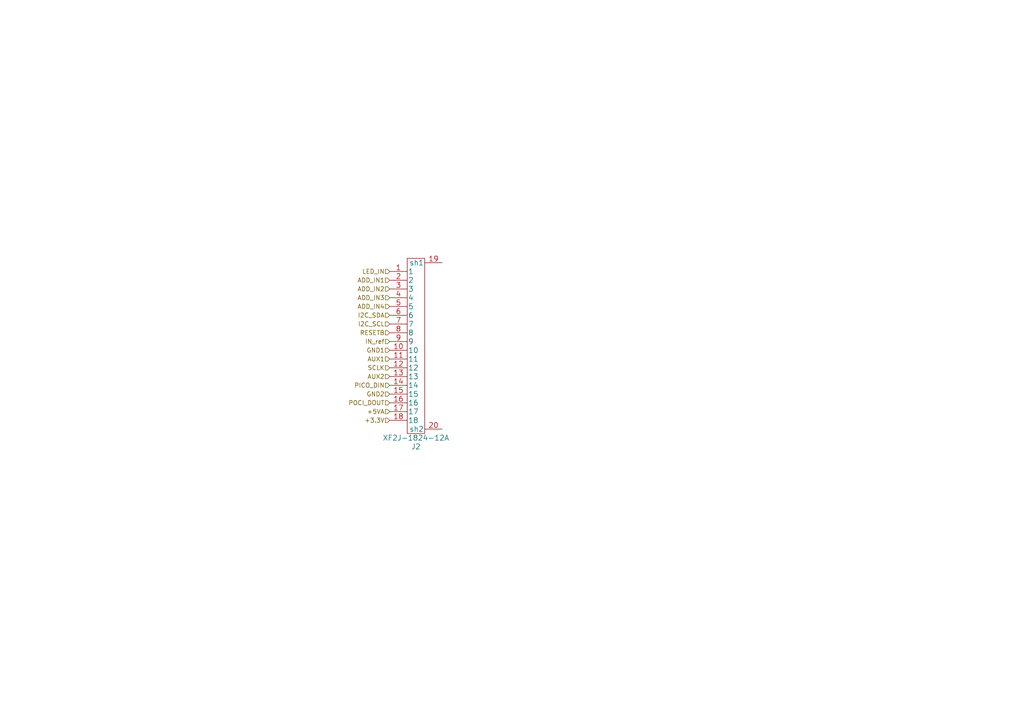
<source format=kicad_sch>
(kicad_sch (version 20230121) (generator eeschema)
  (paper "A4")
  (lib_symbols
    (symbol "00_custom:XF2J-1824-12A" (pin_names (offset 0.254))
      (property "Reference" "J" (at 11.43 -24.13 0))
      (property "Value" "XF2J-1824-12A" (at 20.32 -26.67 0))
      (symbol "XF2J-1824-12A_0_1"
        (rectangle (start 5.08 3.81) (end 10.16 -46.99))
      )
      (symbol "XF2J-1824-12A_1_1"
        (pin unspecified line (at 0 0 0) (length 5.08) (name "1") (number "1"))
        (pin unspecified line (at 0 -22.86 0) (length 5.08) (name "10") (number "10"))
        (pin unspecified line (at 0 -25.4 0) (length 5.08) (name "11") (number "11"))
        (pin unspecified line (at 0 -27.94 0) (length 5.08) (name "12") (number "12"))
        (pin unspecified line (at 0 -30.48 0) (length 5.08) (name "13") (number "13"))
        (pin unspecified line (at 0 -33.02 0) (length 5.08) (name "14") (number "14"))
        (pin unspecified line (at 0 -35.56 0) (length 5.08) (name "15") (number "15"))
        (pin unspecified line (at 0 -38.1 0) (length 5.08) (name "16") (number "16"))
        (pin unspecified line (at 0 -40.64 0) (length 5.08) (name "17") (number "17"))
        (pin unspecified line (at 0 -43.18 0) (length 5.08) (name "18") (number "18"))
        (pin unspecified line (at 15.24 2.54 180) (length 5.08) (name "sh1") (number "19"))
        (pin unspecified line (at 0 -2.54 0) (length 5.08) (name "2") (number "2"))
        (pin unspecified line (at 15.24 -45.72 180) (length 5.08) (name "sh2") (number "20"))
        (pin unspecified line (at 0 -5.08 0) (length 5.08) (name "3") (number "3"))
        (pin unspecified line (at 0 -7.62 0) (length 5.08) (name "4") (number "4"))
        (pin unspecified line (at 0 -10.16 0) (length 5.08) (name "5") (number "5"))
        (pin unspecified line (at 0 -12.7 0) (length 5.08) (name "6") (number "6"))
        (pin unspecified line (at 0 -15.24 0) (length 5.08) (name "7") (number "7"))
        (pin unspecified line (at 0 -17.78 0) (length 5.08) (name "8") (number "8"))
        (pin unspecified line (at 0 -20.32 0) (length 5.08) (name "9") (number "9"))
      )
    )
  )
  (hierarchical_label "GND1" (shape input) (at 113.03 101.6 180))
  (hierarchical_label "AUX1" (shape input) (at 113.03 104.14 180))
  (hierarchical_label "LED_IN" (shape input) (at 113.03 78.74 180))
  (hierarchical_label "ADD_IN2" (shape input) (at 113.03 83.82 180))
  (hierarchical_label "POCI_DOUT" (shape input) (at 113.03 116.84 180))
  (hierarchical_label "ADD_IN4" (shape input) (at 113.03 88.9 180))
  (hierarchical_label "AUX2" (shape input) (at 113.03 109.22 180))
  (hierarchical_label "ADD_IN3" (shape input) (at 113.03 86.36 180))
  (hierarchical_label "+3.3V" (shape input) (at 113.03 121.92 180))
  (hierarchical_label "ADD_IN1" (shape input) (at 113.03 81.28 180))
  (hierarchical_label "SCLK" (shape input) (at 113.03 106.68 180))
  (hierarchical_label "RESETB" (shape input) (at 113.03 96.52 180))
  (hierarchical_label "PICO_DIN" (shape input) (at 113.03 111.76 180))
  (hierarchical_label "I2C_SCL" (shape input) (at 113.03 93.98 180))
  (hierarchical_label "IN_ref" (shape input) (at 113.03 99.06 180))
  (hierarchical_label "GND2" (shape input) (at 113.03 114.3 180))
  (hierarchical_label "+5VA" (shape input) (at 113.03 119.38 180))
  (hierarchical_label "I2C_SDA" (shape input) (at 113.03 91.44 180))
  (symbol (lib_id "00_custom:XF2J-1824-12A") (at 113.03 78.74 0) (unit 1)
    (property "Reference" "J2" (at 120.65 129.54 0) (effects (font (size 1.524 1.524))))
    (property "Value" "XF2J-1824-12A" (at 120.65 127 0) (effects (font (size 1.524 1.524))))
    (property "Footprint" "00_custom-footprints:XF2J-1824-12A" (effects hide))
    (instances (project "clvHd_master_pico" (path "" (reference "J2") (unit 1)) (path "" (reference "J1") (unit 1))) (project "ads1293_logic_add" (path "" (reference "J_COM_IN1") (unit 1))) (project "clvHd_master_teensy41" (path "" (reference "J1") (unit 1))))
  )
)
</source>
